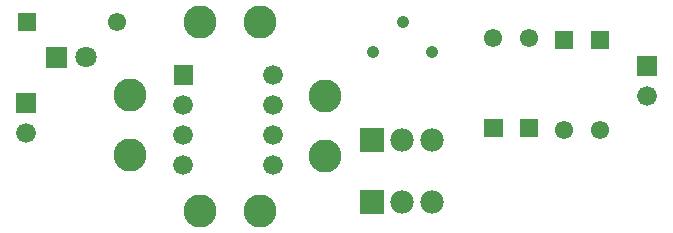
<source format=gbr>
G04 start of page 12 for group -4062 idx -4062 *
G04 Title: OpenTDCS, v4, soldermask *
G04 Creator: pcb 1.99z *
G04 CreationDate: Thu 18 Oct 2012 01:14:54 AM GMT UTC *
G04 For: nock *
G04 Format: Gerber/RS-274X *
G04 PCB-Dimensions (mil): 2250.00 850.00 *
G04 PCB-Coordinate-Origin: lower left *
%MOIN*%
%FSLAX25Y25*%
%LNBOTTOMMASK*%
%ADD260C,0.0420*%
%ADD259C,0.0780*%
%ADD258C,0.0610*%
%ADD257C,0.0710*%
%ADD256C,0.0660*%
%ADD255C,0.0001*%
%ADD254C,0.1100*%
G54D254*X44291Y31850D03*
G54D255*G36*
X6208Y52395D02*Y45795D01*
X12808D01*
Y52395D01*
X6208D01*
G37*
G54D256*X9508Y39095D03*
G54D255*G36*
X6793Y79192D02*Y73092D01*
X12893D01*
Y79192D01*
X6793D01*
G37*
G36*
X16056Y67881D02*Y60781D01*
X23156D01*
Y67881D01*
X16056D01*
G37*
G54D257*X29606Y64331D03*
G54D258*X39843Y76142D03*
G54D254*X109252Y31535D03*
G54D255*G36*
X174115Y43759D02*Y37659D01*
X180215D01*
Y43759D01*
X174115D01*
G37*
G36*
X162304D02*Y37659D01*
X168404D01*
Y43759D01*
X162304D01*
G37*
G36*
X120943Y40672D02*Y32872D01*
X128743D01*
Y40672D01*
X120943D01*
G37*
G54D259*X134843Y36772D03*
X144843D03*
G54D255*G36*
X120943Y20002D02*Y12202D01*
X128743D01*
Y20002D01*
X120943D01*
G37*
G54D259*X134843Y16102D03*
X144843D03*
G54D254*X109252Y51535D03*
G54D258*X177165Y70709D03*
X165354D03*
G54D255*G36*
X197737Y73286D02*Y67186D01*
X203837D01*
Y73286D01*
X197737D01*
G37*
G54D258*X200787Y40236D03*
G54D255*G36*
X185926Y73286D02*Y67186D01*
X192026D01*
Y73286D01*
X185926D01*
G37*
G54D258*X188976Y40236D03*
G54D255*G36*
X213235Y64678D02*Y58078D01*
X219835D01*
Y64678D01*
X213235D01*
G37*
G54D256*X216535Y51378D03*
G54D260*X125190Y66235D03*
X144875D03*
X135033Y76078D03*
G54D255*G36*
X58708Y61725D02*Y55125D01*
X65308D01*
Y61725D01*
X58708D01*
G37*
G54D256*X92008Y58425D03*
G54D254*X44291Y51850D03*
G54D256*X62008Y48425D03*
Y38425D03*
Y28425D03*
X92008D03*
Y38425D03*
Y48425D03*
G54D254*X87598Y76142D03*
X67598D03*
X87598Y13150D03*
X67598D03*
M02*

</source>
